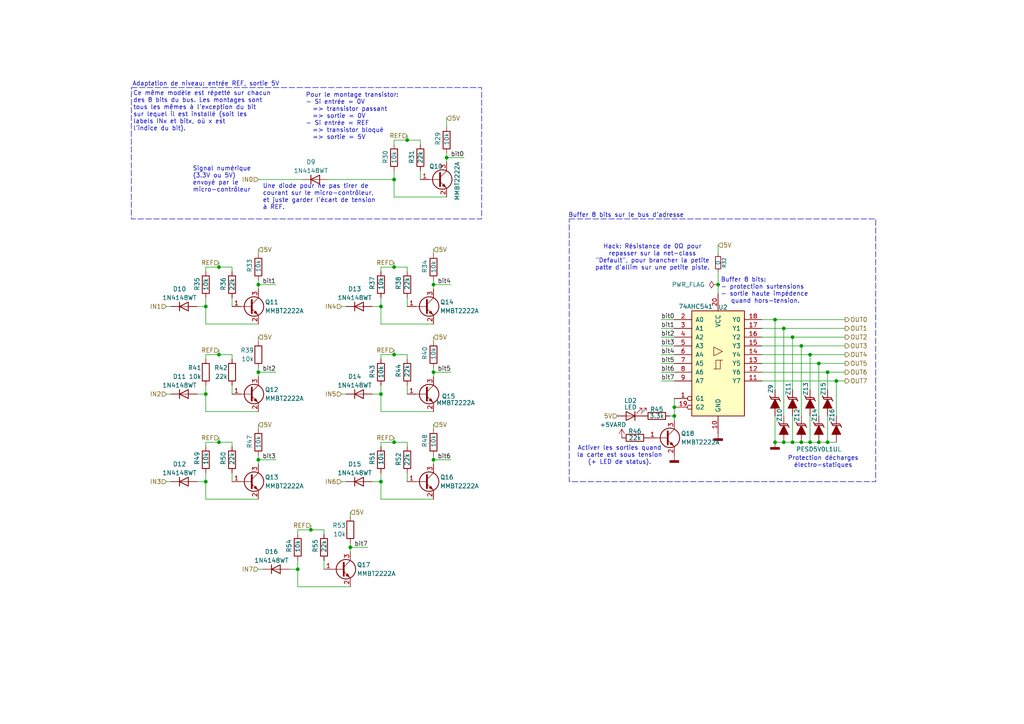
<source format=kicad_sch>
(kicad_sch (version 20250114) (generator "eeschema") (generator_version "9.0")
  (paper "A4")
  (lib_symbols
    (symbol "74xx:74AHC541" (pin_names (offset 1.016))
      (property "Reference" "U" (at -7.62 16.51 0))
      (property "Value" "74AHC541" (at -7.62 -16.51 0))
      (symbol "74AHC541_1_0"
        (polyline (pts (xy -1.27 -1.6002) (xy 0.635 -1.6002) (xy 0.635 0.9398) (xy 1.27 0.9398)))
        (polyline (pts (xy -0.635 -1.6002) (xy -0.635 0.9398) (xy 0.635 0.9398)))
        (polyline (pts (xy 1.27 3.4798) (xy -1.27 4.7498) (xy -1.27 2.2098) (xy 1.27 3.4798)) (stroke (width 0.1524)))
        (pin input line (at -12.7 12.7 0) (length 5.08) (name "A0") (number "2"))
        (pin input line (at -12.7 10.16 0) (length 5.08) (name "A1") (number "3"))
        (pin input line (at -12.7 7.62 0) (length 5.08) (name "A2") (number "4"))
        (pin input line (at -12.7 5.08 0) (length 5.08) (name "A3") (number "5"))
        (pin input line (at -12.7 2.54 0) (length 5.08) (name "A4") (number "6"))
        (pin input line (at -12.7 0 0) (length 5.08) (name "A5") (number "7"))
        (pin input line (at -12.7 -2.54 0) (length 5.08) (name "A6") (number "8"))
        (pin input line (at -12.7 -5.08 0) (length 5.08) (name "A7") (number "9"))
        (pin input inverted (at -12.7 -10.16 0) (length 5.08) (name "G1") (number "1"))
        (pin input inverted (at -12.7 -12.7 0) (length 5.08) (name "G2") (number "19"))
        (pin power_in line (at 0 20.32 270) (length 5.08) (name "VCC") (number "20"))
        (pin power_in line (at 0 -20.32 90) (length 5.08) (name "GND") (number "10"))
        (pin tri_state line (at 12.7 12.7 180) (length 5.08) (name "Y0") (number "18"))
        (pin tri_state line (at 12.7 10.16 180) (length 5.08) (name "Y1") (number "17"))
        (pin tri_state line (at 12.7 7.62 180) (length 5.08) (name "Y2") (number "16"))
        (pin tri_state line (at 12.7 5.08 180) (length 5.08) (name "Y3") (number "15"))
        (pin tri_state line (at 12.7 2.54 180) (length 5.08) (name "Y4") (number "14"))
        (pin tri_state line (at 12.7 0 180) (length 5.08) (name "Y5") (number "13"))
        (pin tri_state line (at 12.7 -2.54 180) (length 5.08) (name "Y6") (number "12"))
        (pin tri_state line (at 12.7 -5.08 180) (length 5.08) (name "Y7") (number "11"))
      )
      (symbol "74AHC541_1_1"
        (rectangle (start -7.62 15.24) (end 7.62 -15.24) (stroke (width 0.254)) (fill (type background)))
      )
    )
    (symbol "Device:LED" (pin_numbers (hide yes)) (pin_names (offset 1.016) (hide yes))
      (property "Reference" "D" (at 0 2.54 0))
      (property "Value" "LED" (at 0 -2.54 0))
      (symbol "LED_0_1"
        (polyline (pts (xy -3.048 -0.762) (xy -4.572 -2.286) (xy -3.81 -2.286) (xy -4.572 -2.286) (xy -4.572 -1.524)))
        (polyline (pts (xy -1.778 -0.762) (xy -3.302 -2.286) (xy -2.54 -2.286) (xy -3.302 -2.286) (xy -3.302 -1.524)))
        (polyline (pts (xy -1.27 0) (xy 1.27 0)))
        (polyline (pts (xy -1.27 -1.27) (xy -1.27 1.27)) (stroke (width 0.254)))
        (polyline (pts (xy 1.27 -1.27) (xy 1.27 1.27) (xy -1.27 0) (xy 1.27 -1.27)) (stroke (width 0.254)))
      )
      (symbol "LED_1_1"
        (pin passive line (at -3.81 0 0) (length 2.54) (name "K") (number "1"))
        (pin passive line (at 3.81 0 180) (length 2.54) (name "A") (number "2"))
      )
    )
    (symbol "Device:R" (pin_numbers (hide yes)) (pin_names (offset 0))
      (property "Reference" "R" (at 2.032 0 90))
      (property "Value" "R" (at 0 0 90))
      (symbol "R_0_1"
        (rectangle (start -1.016 -2.54) (end 1.016 2.54) (stroke (width 0.254)))
      )
      (symbol "R_1_1"
        (pin passive line (at 0 3.81 270) (length 1.27) (name "~") (number "1"))
        (pin passive line (at 0 -3.81 90) (length 1.27) (name "~") (number "2"))
      )
    )
    (symbol "Device:R_Small" (pin_numbers (hide yes)) (pin_names (offset 0.254) (hide yes))
      (property "Reference" "R" (at 0 0 90))
      (property "Value" "R_Small" (at 1.778 0 90))
      (symbol "R_Small_0_1"
        (rectangle (start -0.762 1.778) (end 0.762 -1.778) (stroke (width 0.2032)))
      )
      (symbol "R_Small_1_1"
        (pin passive line (at 0 2.54 270) (length 0.762) (name "~") (number "1"))
        (pin passive line (at 0 -2.54 90) (length 0.762) (name "~") (number "2"))
      )
    )
    (symbol "Diode:1N4148WT" (pin_numbers (hide yes)) (pin_names (hide yes))
      (property "Reference" "D" (at 0 2.54 0))
      (property "Value" "1N4148WT" (at 0 -2.54 0))
      (symbol "1N4148WT_0_1"
        (polyline (pts (xy -1.27 1.27) (xy -1.27 -1.27)) (stroke (width 0.254)))
        (polyline (pts (xy 1.27 1.27) (xy 1.27 -1.27) (xy -1.27 0) (xy 1.27 1.27)) (stroke (width 0.254)))
        (polyline (pts (xy 1.27 0) (xy -1.27 0)))
      )
      (symbol "1N4148WT_1_1"
        (pin passive line (at -3.81 0 0) (length 2.54) (name "K") (number "1"))
        (pin passive line (at 3.81 0 180) (length 2.54) (name "A") (number "2"))
      )
    )
    (symbol "Pesd:PESD5V0L1UL" (pin_numbers (hide yes)) (pin_names (hide yes))
      (property "Reference" "D" (at 0 2.54 0))
      (property "Value" "PESD5V0L1UL" (at 0 -2.54 0))
      (symbol "PESD5V0L1UL_1_1"
        (polyline (pts (xy -1.016 1.27) (xy -1.524 1.016) (xy -1.524 -1.27) (xy -2.032 -1.524)) (stroke (width 0.254)))
        (polyline (pts (xy -0.508 1.524) (xy -1.016 1.27) (xy -1.016 -1.016) (xy -1.524 -1.27)) (stroke (width 0.254)))
        (polyline (pts (xy 1.524 -1.27) (xy 1.524 1.27) (xy -1.016 0) (xy 1.524 -1.27)) (stroke (width 0.254)) (fill (type outline)))
        (pin passive line (at -3.81 0 0) (length 2.286) (name "K") (number "1"))
        (pin passive line (at 3.81 0 180) (length 2.286) (name "A") (number "2"))
      )
    )
    (symbol "Transistor_BJT:MMBT2222A" (pin_names (offset 0) (hide yes))
      (property "Reference" "Q" (at 5.08 1.905 0))
      (property "Value" "MMBT2222A" (at 5.08 0 0))
      (symbol "MMBT2222A_0_1"
        (polyline (pts (xy -2.54 0) (xy 0.635 0)))
        (polyline (pts (xy 0.635 1.905) (xy 0.635 -1.905)) (stroke (width 0.508)))
        (circle (center 1.27 0) (radius 2.8194) (stroke (width 0.254)))
      )
      (symbol "MMBT2222A_1_1"
        (polyline (pts (xy 0.635 0.635) (xy 2.54 2.54)))
        (polyline (pts (xy 0.635 -0.635) (xy 2.54 -2.54)))
        (polyline (pts (xy 1.27 -1.778) (xy 1.778 -1.27) (xy 2.286 -2.286) (xy 1.27 -1.778)) (fill (type outline)))
        (pin input line (at -5.08 0 0) (length 2.54) (name "B") (number "1"))
        (pin passive line (at 2.54 5.08 270) (length 2.54) (name "C") (number "3"))
        (pin passive line (at 2.54 -5.08 90) (length 2.54) (name "E") (number "2"))
      )
    )
    (symbol "power:+5V" (power) (pin_numbers (hide yes)) (pin_names (offset 0) (hide yes))
      (property "Value" "+5V" (at 0 3.556 0))
      (symbol "+5V_0_1"
        (polyline (pts (xy -0.762 1.27) (xy 0 2.54)))
        (polyline (pts (xy 0 2.54) (xy 0.762 1.27)))
        (polyline (pts (xy 0 0) (xy 0 2.54)))
      )
      (symbol "+5V_1_1"
        (pin power_in line (at 0 0 90) (length 0) (name "~") (number "1"))
      )
    )
    (symbol "power:GNDD" (power) (pin_numbers (hide yes)) (pin_names (offset 0) (hide yes))
      (property "Value" "GNDD" (at 0 -3.175 0))
      (symbol "GNDD_0_1"
        (rectangle (start -1.27 -1.524) (end 1.27 -2.032) (stroke (width 0.254)) (fill (type outline)))
        (polyline (pts (xy 0 0) (xy 0 -1.524)))
      )
      (symbol "GNDD_1_1"
        (pin power_in line (at 0 0 270) (length 0) (name "~") (number "1"))
      )
    )
    (symbol "power:PWR_FLAG" (power) (pin_numbers (hide yes)) (pin_names (offset 0) (hide yes))
      (property "Value" "PWR_FLAG" (at 0 3.81 0))
      (symbol "PWR_FLAG_0_0"
        (pin power_out line (at 0 0 90) (length 0) (name "~") (number "1"))
      )
      (symbol "PWR_FLAG_0_1"
        (polyline (pts (xy 0 0) (xy 0 1.27) (xy -1.016 1.905) (xy 0 2.54) (xy 1.016 1.905) (xy 0 1.27)))
      )
    )
  )
  (rectangle (start 165.1 63.5) (end 254 139.7) (stroke (width 0) (type dash)))
  (rectangle (start 38.1 25.4) (end 139.7 63.5) (stroke (width 0) (type dash)))
  (text "Buffer 8 bits:\n- protection surtensions\n- sortie haute impédence\n   quand hors-tension." (at 209.042 84.328 0) (effects (font (size 1.27 1.27)) (justify left)))
  (text "Une diode pour ne pas tirer de\ncourant sur le micro-contrôleur,\net juste garder l’écart de tension\nà REF." (at 76.2 57.15 0) (effects (font (size 1.27 1.27)) (justify left)))
  (text "Ce même modèle est répetté sur chacun\ndes 8 bits du bus. Les montages sont \ntous les mêmes à l’exception du bit\nsur lequel il est installé (soit les\nlabels INx et bitx, où x est\nl’indice du bit)." (at 38.608 32.258 0) (effects (font (size 1.27 1.27)) (justify left)))
  (text "Activer les sorties quand\nla carte est sous tension\n(+ LED de status)." (at 179.705 132.08 0) (effects (font (size 1.27 1.27))))
  (text "Adaptation de niveau: entrée REF, sortie 5V" (at 38.354 24.384 0) (effects (font (size 1.27 1.27)) (justify left)))
  (text "Hack: Résistance de 0Ω pour\nrepasser sur la net-class\n\"Default\", pour brancher la petite\npatte d’allim sur une petite piste." (at 189.23 74.676 0) (effects (font (size 1.27 1.27))))
  (text "Signal numérique\n(3.3V ou 5V)\nenvoyé par le\nmicro-contrôleur" (at 55.88 52.07 0) (effects (font (size 1.27 1.27)) (justify left)))
  (text "Buffer 8 bits sur le bus d’adresse" (at 181.61 62.484 0) (effects (font (size 1.27 1.27))))
  (text "Pour le montage transistor:\n- Si entrée = 0V\n  => transistor passant\n  => sortie = 0V\n- Si entrée = REF\n  => transistor bloqué\n  => sortie = 5V" (at 88.646 33.782 0) (effects (font (size 1.27 1.27)) (justify left)))
  (text "Protection décharges\nélectro-statiques" (at 238.76 133.985 0) (effects (font (size 1.27 1.27))))
  (junction (at 74.93 107.95))
  (junction (at 114.3 52.07))
  (junction (at 110.49 139.7))
  (junction (at 195.58 118.11))
  (junction (at 229.87 128.27))
  (junction (at 101.6 158.75))
  (junction (at 232.41 100.33))
  (junction (at 234.95 102.87))
  (junction (at 208.28 82.55))
  (junction (at 237.49 105.41))
  (junction (at 125.73 133.35))
  (junction (at 129.54 45.72))
  (junction (at 114.3 102.87))
  (junction (at 195.58 120.65))
  (junction (at 59.69 88.9))
  (junction (at 234.95 128.27))
  (junction (at 240.03 128.27))
  (junction (at 63.5 102.87))
  (junction (at 224.79 92.71))
  (junction (at 86.36 165.1))
  (junction (at 110.49 114.3))
  (junction (at 240.03 107.95))
  (junction (at 114.3 128.27))
  (junction (at 59.69 139.7))
  (junction (at 114.3 77.47))
  (junction (at 237.49 128.27))
  (junction (at 59.69 114.3))
  (junction (at 74.93 82.55))
  (junction (at 90.17 153.67))
  (junction (at 118.11 40.64))
  (junction (at 63.5 77.47))
  (junction (at 63.5 128.27))
  (junction (at 125.73 82.55))
  (junction (at 229.87 97.79))
  (junction (at 242.57 110.49))
  (junction (at 227.33 95.25))
  (junction (at 74.93 133.35))
  (junction (at 224.79 128.27))
  (junction (at 232.41 128.27))
  (junction (at 125.73 107.95))
  (junction (at 227.33 128.27))
  (junction (at 110.49 88.9))
  (wire (pts (xy 74.93 82.55) (xy 74.93 83.82)))
  (wire (pts (xy 74.93 107.95) (xy 80.01 107.95)))
  (wire (pts (xy 110.49 77.47) (xy 114.3 77.47)))
  (wire (pts (xy 229.87 120.65) (xy 229.87 128.27)))
  (wire (pts (xy 229.87 97.79) (xy 229.87 113.03)))
  (wire (pts (xy 114.3 77.47) (xy 118.11 77.47)))
  (wire (pts (xy 227.33 128.27) (xy 229.87 128.27)))
  (wire (pts (xy 125.73 107.95) (xy 130.81 107.95)))
  (wire (pts (xy 125.73 133.35) (xy 130.81 133.35)))
  (wire (pts (xy 57.15 114.3) (xy 59.69 114.3)))
  (wire (pts (xy 114.3 128.27) (xy 118.11 128.27)))
  (wire (pts (xy 224.79 128.27) (xy 227.33 128.27)))
  (wire (pts (xy 242.57 128.27) (xy 240.03 128.27)))
  (wire (pts (xy 114.3 102.87) (xy 118.11 102.87)))
  (wire (pts (xy 59.69 114.3) (xy 59.69 119.38)))
  (wire (pts (xy 59.69 128.27) (xy 63.5 128.27)))
  (wire (pts (xy 237.49 128.27) (xy 240.03 128.27)))
  (wire (pts (xy 110.49 119.38) (xy 125.73 119.38)))
  (wire (pts (xy 220.98 110.49) (xy 242.57 110.49)))
  (wire (pts (xy 118.11 137.16) (xy 118.11 139.7)))
  (wire (pts (xy 194.31 120.65) (xy 195.58 120.65)))
  (wire (pts (xy 195.58 120.65) (xy 195.58 121.92)))
  (wire (pts (xy 110.49 114.3) (xy 107.95 114.3)))
  (wire (pts (xy 224.79 120.65) (xy 224.79 128.27)))
  (wire (pts (xy 107.95 139.7) (xy 110.49 139.7)))
  (wire (pts (xy 125.73 107.95) (xy 125.73 109.22)))
  (wire (pts (xy 67.31 104.14) (xy 67.31 102.87)))
  (wire (pts (xy 125.73 132.08) (xy 125.73 133.35)))
  (wire (pts (xy 125.73 93.98) (xy 110.49 93.98)))
  (wire (pts (xy 129.54 45.72) (xy 134.62 45.72)))
  (wire (pts (xy 67.31 77.47) (xy 67.31 78.74)))
  (wire (pts (xy 83.82 165.1) (xy 86.36 165.1)))
  (wire (pts (xy 208.28 82.55) (xy 208.28 85.09)))
  (wire (pts (xy 110.49 139.7) (xy 110.49 144.78)))
  (wire (pts (xy 99.06 88.9) (xy 100.33 88.9)))
  (wire (pts (xy 242.57 110.49) (xy 245.11 110.49)))
  (wire (pts (xy 234.95 102.87) (xy 234.95 113.03)))
  (wire (pts (xy 208.28 78.74) (xy 208.28 82.55)))
  (wire (pts (xy 59.69 77.47) (xy 63.5 77.47)))
  (wire (pts (xy 95.25 52.07) (xy 114.3 52.07)))
  (wire (pts (xy 240.03 107.95) (xy 240.03 113.03)))
  (wire (pts (xy 59.69 102.87) (xy 59.69 104.14)))
  (wire (pts (xy 63.5 128.27) (xy 67.31 128.27)))
  (wire (pts (xy 191.77 100.33) (xy 195.58 100.33)))
  (wire (pts (xy 74.93 97.79) (xy 74.93 99.06)))
  (wire (pts (xy 118.11 128.27) (xy 118.11 129.54)))
  (wire (pts (xy 59.69 88.9) (xy 59.69 93.98)))
  (wire (pts (xy 93.98 154.94) (xy 93.98 153.67)))
  (wire (pts (xy 125.73 97.79) (xy 125.73 99.06)))
  (wire (pts (xy 86.36 170.18) (xy 101.6 170.18)))
  (wire (pts (xy 195.58 115.57) (xy 195.58 118.11)))
  (wire (pts (xy 220.98 107.95) (xy 240.03 107.95)))
  (wire (pts (xy 110.49 128.27) (xy 114.3 128.27)))
  (wire (pts (xy 59.69 93.98) (xy 74.93 93.98)))
  (wire (pts (xy 74.93 81.28) (xy 74.93 82.55)))
  (wire (pts (xy 110.49 77.47) (xy 110.49 78.74)))
  (wire (pts (xy 74.93 133.35) (xy 80.01 133.35)))
  (wire (pts (xy 114.3 40.64) (xy 114.3 41.91)))
  (wire (pts (xy 110.49 137.16) (xy 110.49 139.7)))
  (wire (pts (xy 59.69 77.47) (xy 59.69 78.74)))
  (wire (pts (xy 227.33 95.25) (xy 227.33 120.65)))
  (wire (pts (xy 242.57 110.49) (xy 242.57 120.65)))
  (wire (pts (xy 110.49 88.9) (xy 110.49 93.98)))
  (wire (pts (xy 59.69 86.36) (xy 59.69 88.9)))
  (wire (pts (xy 224.79 92.71) (xy 245.11 92.71)))
  (wire (pts (xy 191.77 95.25) (xy 195.58 95.25)))
  (wire (pts (xy 74.93 133.35) (xy 74.93 134.62)))
  (wire (pts (xy 220.98 102.87) (xy 234.95 102.87)))
  (wire (pts (xy 67.31 137.16) (xy 67.31 139.7)))
  (wire (pts (xy 110.49 129.54) (xy 110.49 128.27)))
  (wire (pts (xy 125.73 72.39) (xy 125.73 73.66)))
  (wire (pts (xy 191.77 105.41) (xy 195.58 105.41)))
  (wire (pts (xy 234.95 128.27) (xy 237.49 128.27)))
  (wire (pts (xy 129.54 44.45) (xy 129.54 45.72)))
  (wire (pts (xy 125.73 106.68) (xy 125.73 107.95)))
  (wire (pts (xy 74.93 72.39) (xy 74.93 73.66)))
  (wire (pts (xy 74.93 132.08) (xy 74.93 133.35)))
  (wire (pts (xy 118.11 104.14) (xy 118.11 102.87)))
  (wire (pts (xy 74.93 123.19) (xy 74.93 124.46)))
  (wire (pts (xy 220.98 97.79) (xy 229.87 97.79)))
  (wire (pts (xy 121.92 41.91) (xy 121.92 40.64)))
  (wire (pts (xy 114.3 49.53) (xy 114.3 52.07)))
  (wire (pts (xy 237.49 105.41) (xy 245.11 105.41)))
  (wire (pts (xy 74.93 165.1) (xy 76.2 165.1)))
  (wire (pts (xy 99.06 139.7) (xy 100.33 139.7)))
  (wire (pts (xy 63.5 127) (xy 63.5 128.27)))
  (wire (pts (xy 118.11 86.36) (xy 118.11 88.9)))
  (wire (pts (xy 220.98 95.25) (xy 227.33 95.25)))
  (wire (pts (xy 191.77 107.95) (xy 195.58 107.95)))
  (wire (pts (xy 114.3 127) (xy 114.3 128.27)))
  (wire (pts (xy 107.95 88.9) (xy 110.49 88.9)))
  (wire (pts (xy 220.98 105.41) (xy 237.49 105.41)))
  (wire (pts (xy 118.11 40.64) (xy 121.92 40.64)))
  (wire (pts (xy 195.58 118.11) (xy 195.58 120.65)))
  (wire (pts (xy 67.31 129.54) (xy 67.31 128.27)))
  (wire (pts (xy 63.5 102.87) (xy 67.31 102.87)))
  (wire (pts (xy 74.93 106.68) (xy 74.93 107.95)))
  (wire (pts (xy 240.03 120.65) (xy 240.03 128.27)))
  (wire (pts (xy 59.69 102.87) (xy 63.5 102.87)))
  (wire (pts (xy 57.15 139.7) (xy 59.69 139.7)))
  (wire (pts (xy 114.3 76.2) (xy 114.3 77.47)))
  (wire (pts (xy 48.26 139.7) (xy 49.53 139.7)))
  (wire (pts (xy 224.79 92.71) (xy 224.79 113.03)))
  (wire (pts (xy 57.15 88.9) (xy 59.69 88.9)))
  (wire (pts (xy 121.92 49.53) (xy 121.92 52.07)))
  (wire (pts (xy 232.41 100.33) (xy 232.41 120.65)))
  (wire (pts (xy 59.69 119.38) (xy 74.93 119.38)))
  (wire (pts (xy 229.87 128.27) (xy 232.41 128.27)))
  (wire (pts (xy 63.5 101.6) (xy 63.5 102.87)))
  (wire (pts (xy 86.36 153.67) (xy 86.36 154.94)))
  (wire (pts (xy 59.69 137.16) (xy 59.69 139.7)))
  (wire (pts (xy 59.69 128.27) (xy 59.69 129.54)))
  (wire (pts (xy 129.54 45.72) (xy 129.54 46.99)))
  (wire (pts (xy 74.93 82.55) (xy 80.01 82.55)))
  (wire (pts (xy 110.49 144.78) (xy 125.73 144.78)))
  (wire (pts (xy 227.33 95.25) (xy 245.11 95.25)))
  (wire (pts (xy 237.49 105.41) (xy 237.49 120.65)))
  (wire (pts (xy 86.36 153.67) (xy 90.17 153.67)))
  (wire (pts (xy 240.03 107.95) (xy 245.11 107.95)))
  (wire (pts (xy 191.77 97.79) (xy 195.58 97.79)))
  (wire (pts (xy 99.06 114.3) (xy 100.33 114.3)))
  (wire (pts (xy 48.26 88.9) (xy 49.53 88.9)))
  (wire (pts (xy 125.73 133.35) (xy 125.73 134.62)))
  (wire (pts (xy 130.81 82.55) (xy 125.73 82.55)))
  (wire (pts (xy 86.36 165.1) (xy 86.36 170.18)))
  (wire (pts (xy 114.3 101.6) (xy 114.3 102.87)))
  (wire (pts (xy 67.31 86.36) (xy 67.31 88.9)))
  (wire (pts (xy 118.11 39.37) (xy 118.11 40.64)))
  (wire (pts (xy 101.6 157.48) (xy 101.6 158.75)))
  (wire (pts (xy 101.6 158.75) (xy 101.6 160.02)))
  (wire (pts (xy 125.73 81.28) (xy 125.73 82.55)))
  (wire (pts (xy 74.93 107.95) (xy 74.93 109.22)))
  (wire (pts (xy 86.36 162.56) (xy 86.36 165.1)))
  (wire (pts (xy 129.54 34.29) (xy 129.54 36.83)))
  (wire (pts (xy 110.49 114.3) (xy 110.49 119.38)))
  (wire (pts (xy 118.11 78.74) (xy 118.11 77.47)))
  (wire (pts (xy 59.69 111.76) (xy 59.69 114.3)))
  (wire (pts (xy 90.17 153.67) (xy 93.98 153.67)))
  (wire (pts (xy 234.95 102.87) (xy 245.11 102.87)))
  (wire (pts (xy 101.6 158.75) (xy 106.68 158.75)))
  (wire (pts (xy 59.69 144.78) (xy 74.93 144.78)))
  (wire (pts (xy 90.17 152.4) (xy 90.17 153.67)))
  (wire (pts (xy 74.93 52.07) (xy 87.63 52.07)))
  (wire (pts (xy 110.49 111.76) (xy 110.49 114.3)))
  (wire (pts (xy 114.3 52.07) (xy 114.3 57.15)))
  (wire (pts (xy 125.73 123.19) (xy 125.73 124.46)))
  (wire (pts (xy 208.28 71.12) (xy 208.28 73.66)))
  (wire (pts (xy 101.6 148.59) (xy 101.6 149.86)))
  (wire (pts (xy 67.31 111.76) (xy 67.31 114.3)))
  (wire (pts (xy 234.95 120.65) (xy 234.95 128.27)))
  (wire (pts (xy 220.98 100.33) (xy 232.41 100.33)))
  (wire (pts (xy 63.5 77.47) (xy 67.31 77.47)))
  (wire (pts (xy 110.49 102.87) (xy 114.3 102.87)))
  (wire (pts (xy 229.87 97.79) (xy 245.11 97.79)))
  (wire (pts (xy 191.77 92.71) (xy 195.58 92.71)))
  (wire (pts (xy 93.98 162.56) (xy 93.98 165.1)))
  (wire (pts (xy 232.41 128.27) (xy 234.95 128.27)))
  (wire (pts (xy 110.49 102.87) (xy 110.49 104.14)))
  (wire (pts (xy 220.98 92.71) (xy 224.79 92.71)))
  (wire (pts (xy 118.11 111.76) (xy 118.11 114.3)))
  (wire (pts (xy 232.41 100.33) (xy 245.11 100.33)))
  (wire (pts (xy 191.77 110.49) (xy 195.58 110.49)))
  (wire (pts (xy 110.49 86.36) (xy 110.49 88.9)))
  (wire (pts (xy 63.5 76.2) (xy 63.5 77.47)))
  (wire (pts (xy 59.69 139.7) (xy 59.69 144.78)))
  (wire (pts (xy 48.26 114.3) (xy 49.53 114.3)))
  (wire (pts (xy 114.3 57.15) (xy 129.54 57.15)))
  (wire (pts (xy 114.3 40.64) (xy 118.11 40.64)))
  (wire (pts (xy 125.73 82.55) (xy 125.73 83.82)))
  (wire (pts (xy 191.77 102.87) (xy 195.58 102.87)))
  (label "bit7" (at 106.68 158.75 180))
  (label "bit0" (at 191.77 92.71 0))
  (label "bit4" (at 130.81 82.55 180))
  (label "bit6" (at 130.81 133.35 180))
  (label "bit2" (at 80.01 107.95 180))
  (label "bit4" (at 191.77 102.87 0))
  (label "bit1" (at 80.01 82.55 180))
  (label "bit5" (at 130.81 107.95 180))
  (label "bit0" (at 134.62 45.72 180))
  (label "bit5" (at 191.77 105.41 0))
  (label "bit3" (at 80.01 133.35 180))
  (label "bit6" (at 191.77 107.95 0))
  (label "bit3" (at 191.77 100.33 0))
  (label "bit2" (at 191.77 97.79 0))
  (label "bit1" (at 191.77 95.25 0))
  (label "bit7" (at 191.77 110.49 0))
  (hierarchical_label "OUT6" (shape output) (at 245.11 107.95 0))
  (hierarchical_label "5V" (shape input) (at 125.73 72.39 0))
  (hierarchical_label "IN0" (shape input) (at 74.93 52.07 180))
  (hierarchical_label "REF" (shape input) (at 63.5 127 180))
  (hierarchical_label "IN6" (shape input) (at 99.06 139.7 180))
  (hierarchical_label "OUT5" (shape output) (at 245.11 105.41 0))
  (hierarchical_label "IN5" (shape input) (at 99.06 114.3 180))
  (hierarchical_label "REF" (shape input) (at 90.17 152.4 180))
  (hierarchical_label "5V" (shape input) (at 179.07 120.65 180))
  (hierarchical_label "5V" (shape input) (at 125.73 123.19 0))
  (hierarchical_label "IN3" (shape input) (at 48.26 139.7 180))
  (hierarchical_label "IN4" (shape input) (at 99.06 88.9 180))
  (hierarchical_label "REF" (shape input) (at 114.3 101.6 180))
  (hierarchical_label "REF" (shape input) (at 114.3 76.2 180))
  (hierarchical_label "REF" (shape input) (at 114.3 127 180))
  (hierarchical_label "OUT7" (shape output) (at 245.11 110.49 0))
  (hierarchical_label "REF" (shape input) (at 118.11 39.37 180))
  (hierarchical_label "OUT1" (shape output) (at 245.11 95.25 0))
  (hierarchical_label "5V" (shape input) (at 74.93 72.39 0))
  (hierarchical_label "OUT2" (shape output) (at 245.11 97.79 0))
  (hierarchical_label "OUT3" (shape output) (at 245.11 100.33 0))
  (hierarchical_label "5V" (shape input) (at 129.54 34.29 0))
  (hierarchical_label "REF" (shape input) (at 63.5 101.6 180))
  (hierarchical_label "IN7" (shape input) (at 74.93 165.1 180))
  (hierarchical_label "IN2" (shape input) (at 48.26 114.3 180))
  (hierarchical_label "OUT0" (shape output) (at 245.11 92.71 0))
  (hierarchical_label "IN1" (shape input) (at 48.26 88.9 180))
  (hierarchical_label "5V" (shape input) (at 208.28 71.12 0))
  (hierarchical_label "OUT4" (shape output) (at 245.11 102.87 0))
  (hierarchical_label "REF" (shape input) (at 63.5 76.2 180))
  (hierarchical_label "5V" (shape input) (at 74.93 97.79 0))
  (hierarchical_label "5V" (shape input) (at 101.6 148.59 0))
  (hierarchical_label "5V" (shape input) (at 125.73 97.79 0))
  (hierarchical_label "5V" (shape input) (at 74.93 123.19 0))
  (symbol (lib_id "Device:R") (at 125.73 77.47 0) (mirror y) (unit 1)
    (property "Reference" "R34" (at 123.19 79.248 90) (effects (justify left)))
    (property "Value" "10k" (at 125.73 79.248 90) (effects (justify left)))
    (property "Footprint" "Resistor_SMD:R_0805_2012Metric_Pad1.20x1.40mm_HandSolder" (effects (hide yes)))
    (property "Description" "Resistor" (effects (hide yes)))
  )
  (symbol (lib_id "Device:R") (at 110.49 133.35 0) (mirror y) (unit 1)
    (property "Reference" "R51" (at 107.95 134.874 90) (effects (justify left)))
    (property "Value" "10k" (at 110.49 134.874 90) (effects (justify left)))
    (property "Footprint" "Resistor_SMD:R_0805_2012Metric_Pad1.20x1.40mm_HandSolder" (effects (hide yes)))
    (property "Description" "Resistor" (effects (hide yes)))
  )
  (symbol (lib_id "Device:R") (at 190.5 120.65 270) (mirror x) (unit 1)
    (property "Reference" "R45" (at 190.5 118.745 90))
    (property "Value" "3.3k" (at 190.5 120.65 90))
    (property "Footprint" "Resistor_SMD:R_0805_2012Metric_Pad1.20x1.40mm_HandSolder" (effects (hide yes)))
    (property "Description" "Resistor" (effects (hide yes)))
  )
  (symbol (lib_id "Device:R") (at 110.49 82.55 0) (mirror y) (unit 1)
    (property "Reference" "R37" (at 107.95 84.074 90) (effects (justify left)))
    (property "Value" "10k" (at 110.49 84.074 90) (effects (justify left)))
    (property "Footprint" "Resistor_SMD:R_0805_2012Metric_Pad1.20x1.40mm_HandSolder" (effects (hide yes)))
    (property "Description" "Resistor" (effects (hide yes)))
  )
  (symbol (lib_id "Pesd:PESD5V0L1UL") (at 232.41 124.46 270) (unit 1)
    (property "Reference" "Z12" (at 231.14 120.396 0))
    (property "Value" "PESD5V0L1UL" (effects (hide yes)))
    (property "Footprint" "PCM_Diode_SMD_Handsoldering_AKL:D_SOD-882_DFN1006-2_TVS" (effects (hide yes)))
    (property "Datasheet" "https://assets.nexperia.com/documents/data-sheet/PESD5V0L1UL.pdf" (effects (hide yes)))
    (property "Description" "Low capacitance unidirectional ESD protection diode, 5V, SOD-882" (effects (hide yes)))
  )
  (symbol (lib_id "Device:R") (at 101.6 153.67 0) (mirror y) (unit 1)
    (property "Reference" "R53" (at 100.33 152.4 0) (effects (justify left)))
    (property "Value" "10k" (at 100.33 154.94 0) (effects (justify left)))
    (property "Footprint" "Resistor_SMD:R_0805_2012Metric_Pad1.20x1.40mm_HandSolder" (effects (hide yes)))
    (property "Description" "Resistor" (effects (hide yes)))
  )
  (symbol (lib_id "Diode:1N4148WT") (at 104.14 114.3 0) (mirror x) (unit 1)
    (property "Reference" "D14" (at 102.87 109.22 0))
    (property "Value" "1N4148WT" (at 102.87 111.76 0))
    (property "Footprint" "PCM_Diode_SMD_Handsoldering_AKL:D_SOD-523" (effects (hide yes)))
    (property "Datasheet" "https://www.diodes.com/assets/Datasheets/ds30396.pdf" (effects (hide yes)))
    (property "Description" "75V 0.15A Fast switching Diode, SOD-523" (effects (hide yes)))
    (property "Sim.Device" "D" (effects (hide yes)))
    (property "Sim.Pins" "1=K 2=A" (effects (hide yes)))
  )
  (symbol (lib_id "Device:R") (at 184.15 127 90) (mirror x) (unit 1)
    (property "Reference" "R46" (at 184.15 125.095 90))
    (property "Value" "22k" (at 184.15 127 90))
    (property "Footprint" "Resistor_SMD:R_0805_2012Metric_Pad1.20x1.40mm_HandSolder" (effects (hide yes)))
    (property "Description" "Resistor" (effects (hide yes)))
  )
  (symbol (lib_id "power:PWR_FLAG") (at 208.28 82.55 90) (unit 1)
    (property "Reference" "#FLG04" (effects (hide yes)))
    (property "Value" "PWR_FLAG" (at 204.47 82.5499 90) (effects (justify left)))
    (property "Description" "Special symbol for telling ERC where power comes from" (effects (hide yes)))
  )
  (symbol (lib_id "Diode:1N4148WT") (at 104.14 88.9 0) (mirror x) (unit 1)
    (property "Reference" "D13" (at 102.87 83.82 0))
    (property "Value" "1N4148WT" (at 102.87 86.36 0))
    (property "Footprint" "PCM_Diode_SMD_Handsoldering_AKL:D_SOD-523" (effects (hide yes)))
    (property "Datasheet" "https://www.diodes.com/assets/Datasheets/ds30396.pdf" (effects (hide yes)))
    (property "Description" "75V 0.15A Fast switching Diode, SOD-523" (effects (hide yes)))
    (property "Sim.Device" "D" (effects (hide yes)))
    (property "Sim.Pins" "1=K 2=A" (effects (hide yes)))
  )
  (symbol (lib_id "Pesd:PESD5V0L1UL") (at 240.03 116.84 270) (unit 1)
    (property "Reference" "Z15" (at 238.76 112.776 0))
    (property "Value" "PESD5V0L1UL" (effects (hide yes)))
    (property "Footprint" "PCM_Diode_SMD_Handsoldering_AKL:D_SOD-882_DFN1006-2_TVS" (effects (hide yes)))
    (property "Datasheet" "https://assets.nexperia.com/documents/data-sheet/PESD5V0L1UL.pdf" (effects (hide yes)))
    (property "Description" "Low capacitance unidirectional ESD protection diode, 5V, SOD-882" (effects (hide yes)))
  )
  (symbol (lib_id "Device:R") (at 125.73 128.27 0) (mirror y) (unit 1)
    (property "Reference" "R48" (at 123.19 129.794 90) (effects (justify left)))
    (property "Value" "10k" (at 125.73 129.794 90) (effects (justify left)))
    (property "Footprint" "Resistor_SMD:R_0805_2012Metric_Pad1.20x1.40mm_HandSolder" (effects (hide yes)))
    (property "Description" "Resistor" (effects (hide yes)))
  )
  (symbol (lib_id "Device:R") (at 59.69 133.35 0) (mirror y) (unit 1)
    (property "Reference" "R49" (at 57.15 134.874 90) (effects (justify left)))
    (property "Value" "10k" (at 59.69 134.874 90) (effects (justify left)))
    (property "Footprint" "Resistor_SMD:R_0805_2012Metric_Pad1.20x1.40mm_HandSolder" (effects (hide yes)))
    (property "Description" "Resistor" (effects (hide yes)))
  )
  (symbol (lib_id "Device:R") (at 74.93 128.27 0) (mirror y) (unit 1)
    (property "Reference" "R47" (at 72.39 130.048 90) (effects (justify left)))
    (property "Value" "10k" (at 74.93 130.048 90) (effects (justify left)))
    (property "Footprint" "Resistor_SMD:R_0805_2012Metric_Pad1.20x1.40mm_HandSolder" (effects (hide yes)))
    (property "Description" "Resistor" (effects (hide yes)))
  )
  (symbol (lib_id "power:+5V") (at 180.34 127 0) (mirror y) (unit 1)
    (property "Reference" "#PWR013" (effects (hide yes)))
    (property "Value" "+5VARD" (at 177.8 123.19 0))
    (property "Description" "Power symbol creates a global label with name \"+5V\"" (effects (hide yes)))
  )
  (symbol (lib_id "Pesd:PESD5V0L1UL") (at 229.87 116.84 270) (unit 1)
    (property "Reference" "Z11" (at 228.6 112.776 0))
    (property "Value" "PESD5V0L1UL" (effects (hide yes)))
    (property "Footprint" "PCM_Diode_SMD_Handsoldering_AKL:D_SOD-882_DFN1006-2_TVS" (effects (hide yes)))
    (property "Datasheet" "https://assets.nexperia.com/documents/data-sheet/PESD5V0L1UL.pdf" (effects (hide yes)))
    (property "Description" "Low capacitance unidirectional ESD protection diode, 5V, SOD-882" (effects (hide yes)))
  )
  (symbol (lib_id "Device:R") (at 121.92 45.72 0) (mirror y) (unit 1)
    (property "Reference" "R31" (at 119.38 47.498 90) (effects (justify left)))
    (property "Value" "22k" (at 121.92 47.498 90) (effects (justify left)))
    (property "Footprint" "Resistor_SMD:R_0805_2012Metric_Pad1.20x1.40mm_HandSolder" (effects (hide yes)))
    (property "Description" "Resistor" (effects (hide yes)))
  )
  (symbol (lib_id "Diode:1N4148WT") (at 104.14 139.7 0) (mirror x) (unit 1)
    (property "Reference" "D15" (at 102.87 134.62 0))
    (property "Value" "1N4148WT" (at 102.87 137.16 0))
    (property "Footprint" "PCM_Diode_SMD_Handsoldering_AKL:D_SOD-523" (effects (hide yes)))
    (property "Datasheet" "https://www.diodes.com/assets/Datasheets/ds30396.pdf" (effects (hide yes)))
    (property "Description" "75V 0.15A Fast switching Diode, SOD-523" (effects (hide yes)))
    (property "Sim.Device" "D" (effects (hide yes)))
    (property "Sim.Pins" "1=K 2=A" (effects (hide yes)))
  )
  (symbol (lib_id "Device:R") (at 125.73 102.87 0) (mirror y) (unit 1)
    (property "Reference" "R40" (at 123.19 104.394 90) (effects (justify left)))
    (property "Value" "10k" (at 125.73 104.394 90) (effects (justify left)))
    (property "Footprint" "Resistor_SMD:R_0805_2012Metric_Pad1.20x1.40mm_HandSolder" (effects (hide yes)))
    (property "Description" "Resistor" (effects (hide yes)))
  )
  (symbol (lib_id "Diode:1N4148WT") (at 80.01 165.1 0) (mirror x) (unit 1)
    (property "Reference" "D16" (at 78.74 160.02 0))
    (property "Value" "1N4148WT" (at 78.74 162.56 0))
    (property "Footprint" "PCM_Diode_SMD_Handsoldering_AKL:D_SOD-523" (effects (hide yes)))
    (property "Datasheet" "https://www.diodes.com/assets/Datasheets/ds30396.pdf" (effects (hide yes)))
    (property "Description" "75V 0.15A Fast switching Diode, SOD-523" (effects (hide yes)))
    (property "Sim.Device" "D" (effects (hide yes)))
    (property "Sim.Pins" "1=K 2=A" (effects (hide yes)))
  )
  (symbol (lib_id "Device:R") (at 74.93 77.47 0) (mirror y) (unit 1)
    (property "Reference" "R33" (at 72.39 78.994 90) (effects (justify left)))
    (property "Value" "10k" (at 74.93 78.994 90) (effects (justify left)))
    (property "Footprint" "Resistor_SMD:R_0805_2012Metric_Pad1.20x1.40mm_HandSolder" (effects (hide yes)))
    (property "Description" "Resistor" (effects (hide yes)))
  )
  (symbol (lib_id "Device:R") (at 74.93 102.87 0) (mirror y) (unit 1)
    (property "Reference" "R39" (at 73.66 101.6 0) (effects (justify left)))
    (property "Value" "10k" (at 73.66 104.14 0) (effects (justify left)))
    (property "Footprint" "Resistor_SMD:R_0805_2012Metric_Pad1.20x1.40mm_HandSolder" (effects (hide yes)))
    (property "Description" "Resistor" (effects (hide yes)))
  )
  (symbol (lib_id "Device:LED") (at 182.88 120.65 180) (unit 1)
    (property "Reference" "LD2" (at 182.88 116.205 0))
    (property "Value" "LED" (at 182.88 118.11 0))
    (property "Footprint" "LED_SMD:LED_0805_2012Metric_Pad1.15x1.40mm_HandSolder" (effects (hide yes)))
    (property "Description" "Light emitting diode" (effects (hide yes)))
    (property "Sim.Pins" "1=K 2=A" (effects (hide yes)))
  )
  (symbol (lib_id "Device:R") (at 59.69 82.55 0) (mirror y) (unit 1)
    (property "Reference" "R35" (at 57.15 84.328 90) (effects (justify left)))
    (property "Value" "10k" (at 59.69 84.328 90) (effects (justify left)))
    (property "Footprint" "Resistor_SMD:R_0805_2012Metric_Pad1.20x1.40mm_HandSolder" (effects (hide yes)))
    (property "Description" "Resistor" (effects (hide yes)))
  )
  (symbol (lib_id "Diode:1N4148WT") (at 91.44 52.07 0) (mirror x) (unit 1)
    (property "Reference" "D9" (at 90.17 46.99 0))
    (property "Value" "1N4148WT" (at 90.17 49.53 0))
    (property "Footprint" "PCM_Diode_SMD_Handsoldering_AKL:D_SOD-523" (effects (hide yes)))
    (property "Datasheet" "https://www.diodes.com/assets/Datasheets/ds30396.pdf" (effects (hide yes)))
    (property "Description" "75V 0.15A Fast switching Diode, SOD-523" (effects (hide yes)))
    (property "Sim.Device" "D" (effects (hide yes)))
    (property "Sim.Pins" "1=K 2=A" (effects (hide yes)))
  )
  (symbol (lib_id "Transistor_BJT:MMBT2222A") (at 72.39 88.9 0) (unit 1)
    (property "Reference" "Q11" (at 76.835 87.63 0) (effects (justify left)))
    (property "Value" "MMBT2222A" (at 76.835 90.17 0) (effects (justify left)))
    (property "Footprint" "Package_TO_SOT_SMD:SOT-23_Handsoldering" (effects (hide yes)))
    (property "Datasheet" "https://assets.nexperia.com/documents/data-sheet/MMBT2222A.pdf" (effects (hide yes)))
    (property "Description" "600mA Ic, 40V Vce, NPN Transistor, SOT-23" (effects (hide yes)))
  )
  (symbol (lib_id "Device:R") (at 67.31 133.35 0) (mirror y) (unit 1)
    (property "Reference" "R50" (at 64.77 134.874 90) (effects (justify left)))
    (property "Value" "22k" (at 67.31 134.874 90) (effects (justify left)))
    (property "Footprint" "Resistor_SMD:R_0805_2012Metric_Pad1.20x1.40mm_HandSolder" (effects (hide yes)))
    (property "Description" "Resistor" (effects (hide yes)))
  )
  (symbol (lib_id "Device:R_Small") (at 208.28 76.2 0) (mirror x) (unit 1)
    (property "Reference" "R32" (at 210.058 76.2 90) (effects (font (size 1.016 1.016))))
    (property "Value" "0" (at 208.28 76.2 90))
    (property "Footprint" "Resistor_SMD:R_0805_2012Metric_Pad1.20x1.40mm_HandSolder" (effects (hide yes)))
    (property "Description" "Resistor, small symbol" (effects (hide yes)))
  )
  (symbol (lib_id "power:GNDD") (at 195.58 132.08 0) (mirror y) (unit 1)
    (property "Reference" "#PWR015" (effects (hide yes)))
    (property "Value" "GND2" (effects (hide yes)))
    (property "Description" "Power symbol creates a global label with name \"GNDD\" , digital ground" (effects (hide yes)))
  )
  (symbol (lib_id "Transistor_BJT:MMBT2222A") (at 127 52.07 0) (unit 1)
    (property "Reference" "Q10" (at 124.46 48.26 0) (effects (justify left)))
    (property "Value" "MMBT2222A" (at 132.588 58.166 90) (effects (justify left)))
    (property "Footprint" "Package_TO_SOT_SMD:SOT-23_Handsoldering" (effects (hide yes)))
    (property "Datasheet" "https://assets.nexperia.com/documents/data-sheet/MMBT2222A.pdf" (effects (hide yes)))
    (property "Description" "600mA Ic, 40V Vce, NPN Transistor, SOT-23" (effects (hide yes)))
  )
  (symbol (lib_id "Device:R") (at 67.31 107.95 0) (mirror y) (unit 1)
    (property "Reference" "R42" (at 66.04 106.68 0) (effects (justify left)))
    (property "Value" "22k" (at 66.04 109.22 0) (effects (justify left)))
    (property "Footprint" "Resistor_SMD:R_0805_2012Metric_Pad1.20x1.40mm_HandSolder" (effects (hide yes)))
    (property "Description" "Resistor" (effects (hide yes)))
  )
  (symbol (lib_id "Diode:1N4148WT") (at 53.34 139.7 0) (mirror x) (unit 1)
    (property "Reference" "D12" (at 52.07 134.62 0))
    (property "Value" "1N4148WT" (at 52.07 137.16 0))
    (property "Footprint" "PCM_Diode_SMD_Handsoldering_AKL:D_SOD-523" (effects (hide yes)))
    (property "Datasheet" "https://www.diodes.com/assets/Datasheets/ds30396.pdf" (effects (hide yes)))
    (property "Description" "75V 0.15A Fast switching Diode, SOD-523" (effects (hide yes)))
    (property "Sim.Device" "D" (effects (hide yes)))
    (property "Sim.Pins" "1=K 2=A" (effects (hide yes)))
  )
  (symbol (lib_id "Pesd:PESD5V0L1UL") (at 242.57 124.46 270) (unit 1)
    (property "Reference" "Z16" (at 241.3 120.396 0))
    (property "Value" "PESD5V0L1UL" (effects (hide yes)))
    (property "Footprint" "PCM_Diode_SMD_Handsoldering_AKL:D_SOD-882_DFN1006-2_TVS" (effects (hide yes)))
    (property "Datasheet" "https://assets.nexperia.com/documents/data-sheet/PESD5V0L1UL.pdf" (effects (hide yes)))
    (property "Description" "Low capacitance unidirectional ESD protection diode, 5V, SOD-882" (effects (hide yes)))
  )
  (symbol (lib_id "Pesd:PESD5V0L1UL") (at 234.95 116.84 270) (unit 1)
    (property "Reference" "Z13" (at 233.68 112.776 0))
    (property "Value" "PESD5V0L1UL" (effects (hide yes)))
    (property "Footprint" "PCM_Diode_SMD_Handsoldering_AKL:D_SOD-882_DFN1006-2_TVS" (effects (hide yes)))
    (property "Datasheet" "https://assets.nexperia.com/documents/data-sheet/PESD5V0L1UL.pdf" (effects (hide yes)))
    (property "Description" "Low capacitance unidirectional ESD protection diode, 5V, SOD-882" (effects (hide yes)))
  )
  (symbol (lib_id "Transistor_BJT:MMBT2222A") (at 193.04 127 0) (unit 1)
    (property "Reference" "Q18" (at 197.485 125.73 0) (effects (justify left)))
    (property "Value" "MMBT2222A" (at 197.485 128.27 0) (effects (justify left)))
    (property "Footprint" "Package_TO_SOT_SMD:SOT-23_Handsoldering" (effects (hide yes)))
    (property "Datasheet" "https://assets.nexperia.com/documents/data-sheet/MMBT2222A.pdf" (effects (hide yes)))
    (property "Description" "600mA Ic, 40V Vce, NPN Transistor, SOT-23" (effects (hide yes)))
  )
  (symbol (lib_id "Diode:1N4148WT") (at 53.34 114.3 0) (mirror x) (unit 1)
    (property "Reference" "D11" (at 52.07 109.22 0))
    (property "Value" "1N4148WT" (at 52.07 111.76 0))
    (property "Footprint" "PCM_Diode_SMD_Handsoldering_AKL:D_SOD-523" (effects (hide yes)))
    (property "Datasheet" "https://www.diodes.com/assets/Datasheets/ds30396.pdf" (effects (hide yes)))
    (property "Description" "75V 0.15A Fast switching Diode, SOD-523" (effects (hide yes)))
    (property "Sim.Device" "D" (effects (hide yes)))
    (property "Sim.Pins" "1=K 2=A" (effects (hide yes)))
  )
  (symbol (lib_id "Diode:1N4148WT") (at 53.34 88.9 0) (mirror x) (unit 1)
    (property "Reference" "D10" (at 52.07 83.82 0))
    (property "Value" "1N4148WT" (at 52.07 86.36 0))
    (property "Footprint" "PCM_Diode_SMD_Handsoldering_AKL:D_SOD-523" (effects (hide yes)))
    (property "Datasheet" "https://www.diodes.com/assets/Datasheets/ds30396.pdf" (effects (hide yes)))
    (property "Description" "75V 0.15A Fast switching Diode, SOD-523" (effects (hide yes)))
    (property "Sim.Device" "D" (effects (hide yes)))
    (property "Sim.Pins" "1=K 2=A" (effects (hide yes)))
  )
  (symbol (lib_id "Device:R") (at 93.98 158.75 0) (mirror y) (unit 1)
    (property "Reference" "R55" (at 91.44 160.274 90) (effects (justify left)))
    (property "Value" "22k" (at 93.98 160.274 90) (effects (justify left)))
    (property "Footprint" "Resistor_SMD:R_0805_2012Metric_Pad1.20x1.40mm_HandSolder" (effects (hide yes)))
    (property "Description" "Resistor" (effects (hide yes)))
  )
  (symbol (lib_id "Transistor_BJT:MMBT2222A") (at 72.39 114.3 0) (unit 1)
    (property "Reference" "Q12" (at 76.835 113.03 0) (effects (justify left)))
    (property "Value" "MMBT2222A" (at 76.835 115.57 0) (effects (justify left)))
    (property "Footprint" "Package_TO_SOT_SMD:SOT-23_Handsoldering" (effects (hide yes)))
    (property "Datasheet" "https://assets.nexperia.com/documents/data-sheet/MMBT2222A.pdf" (effects (hide yes)))
    (property "Description" "600mA Ic, 40V Vce, NPN Transistor, SOT-23" (effects (hide yes)))
  )
  (symbol (lib_id "Transistor_BJT:MMBT2222A") (at 99.06 165.1 0) (unit 1)
    (property "Reference" "Q17" (at 103.505 163.83 0) (effects (justify left)))
    (property "Value" "MMBT2222A" (at 103.505 166.37 0) (effects (justify left)))
    (property "Footprint" "Package_TO_SOT_SMD:SOT-23_Handsoldering" (effects (hide yes)))
    (property "Datasheet" "https://assets.nexperia.com/documents/data-sheet/MMBT2222A.pdf" (effects (hide yes)))
    (property "Description" "600mA Ic, 40V Vce, NPN Transistor, SOT-23" (effects (hide yes)))
  )
  (symbol (lib_id "Device:R") (at 86.36 158.75 0) (mirror y) (unit 1)
    (property "Reference" "R54" (at 83.82 160.274 90) (effects (justify left)))
    (property "Value" "10k" (at 86.36 160.274 90) (effects (justify left)))
    (property "Footprint" "Resistor_SMD:R_0805_2012Metric_Pad1.20x1.40mm_HandSolder" (effects (hide yes)))
    (property "Description" "Resistor" (effects (hide yes)))
  )
  (symbol (lib_id "Device:R") (at 59.69 107.95 0) (mirror y) (unit 1)
    (property "Reference" "R41" (at 58.42 106.68 0) (effects (justify left)))
    (property "Value" "10k" (at 58.42 109.22 0) (effects (justify left)))
    (property "Footprint" "Resistor_SMD:R_0805_2012Metric_Pad1.20x1.40mm_HandSolder" (effects (hide yes)))
    (property "Description" "Resistor" (effects (hide yes)))
  )
  (symbol (lib_id "Transistor_BJT:MMBT2222A") (at 123.19 139.7 0) (unit 1)
    (property "Reference" "Q16" (at 127.635 138.43 0) (effects (justify left)))
    (property "Value" "MMBT2222A" (at 127.635 140.97 0) (effects (justify left)))
    (property "Footprint" "Package_TO_SOT_SMD:SOT-23_Handsoldering" (effects (hide yes)))
    (property "Datasheet" "https://assets.nexperia.com/documents/data-sheet/MMBT2222A.pdf" (effects (hide yes)))
    (property "Description" "600mA Ic, 40V Vce, NPN Transistor, SOT-23" (effects (hide yes)))
  )
  (symbol (lib_id "Device:R") (at 110.49 107.95 0) (mirror y) (unit 1)
    (property "Reference" "R43" (at 107.95 109.728 90) (effects (justify left)))
    (property "Value" "10k" (at 110.49 109.728 90) (effects (justify left)))
    (property "Footprint" "Resistor_SMD:R_0805_2012Metric_Pad1.20x1.40mm_HandSolder" (effects (hide yes)))
    (property "Description" "Resistor" (effects (hide yes)))
  )
  (symbol (lib_id "Device:R") (at 67.31 82.55 0) (mirror y) (unit 1)
    (property "Reference" "R36" (at 64.77 84.328 90) (effects (justify left)))
    (property "Value" "22k" (at 67.31 84.328 90) (effects (justify left)))
    (property "Footprint" "Resistor_SMD:R_0805_2012Metric_Pad1.20x1.40mm_HandSolder" (effects (hide yes)))
    (property "Description" "Resistor" (effects (hide yes)))
  )
  (symbol (lib_id "Transistor_BJT:MMBT2222A") (at 123.19 88.9 0) (unit 1)
    (property "Reference" "Q14" (at 127.635 87.63 0) (effects (justify left)))
    (property "Value" "MMBT2222A" (at 127.635 90.17 0) (effects (justify left)))
    (property "Footprint" "Package_TO_SOT_SMD:SOT-23_Handsoldering" (effects (hide yes)))
    (property "Datasheet" "https://assets.nexperia.com/documents/data-sheet/MMBT2222A.pdf" (effects (hide yes)))
    (property "Description" "600mA Ic, 40V Vce, NPN Transistor, SOT-23" (effects (hide yes)))
  )
  (symbol (lib_id "Transistor_BJT:MMBT2222A") (at 123.19 114.3 0) (unit 1)
    (property "Reference" "Q15" (at 132.08 114.935 0) (effects (justify right)))
    (property "Value" "MMBT2222A" (at 137.795 116.84 0) (effects (justify right)))
    (property "Footprint" "Package_TO_SOT_SMD:SOT-23_Handsoldering" (effects (hide yes)))
    (property "Datasheet" "https://assets.nexperia.com/documents/data-sheet/MMBT2222A.pdf" (effects (hide yes)))
    (property "Description" "600mA Ic, 40V Vce, NPN Transistor, SOT-23" (effects (hide yes)))
  )
  (symbol (lib_id "Device:R") (at 118.11 107.95 0) (mirror y) (unit 1)
    (property "Reference" "R44" (at 115.57 109.474 90) (effects (justify left)))
    (property "Value" "22k" (at 118.11 109.474 90) (effects (justify left)))
    (property "Footprint" "Resistor_SMD:R_0805_2012Metric_Pad1.20x1.40mm_HandSolder" (effects (hide yes)))
    (property "Description" "Resistor" (effects (hide yes)))
  )
  (symbol (lib_id "74xx:74AHC541") (at 208.28 105.41 0) (unit 1)
    (property "Reference" "U2" (at 211.074 89.154 0) (effects (justify right)))
    (property "Value" "74AHC541" (at 206.756 88.9 0) (effects (justify right)))
    (property "Footprint" "Package_SO:SOIC-20W_7.5x12.8mm_P1.27mm" (effects (hide yes)))
    (property "Datasheet" "https://www.ti.com/lit/ds/symlink/sn74ahc541.pdf" (effects (hide yes)))
    (property "Description" "8-bit Buffer/Line Driver 3-state outputs" (effects (hide yes)))
  )
  (symbol (lib_id "Pesd:PESD5V0L1UL") (at 237.49 124.46 270) (unit 1)
    (property "Reference" "Z14" (at 236.22 120.396 0))
    (property "Value" "PESD5V0L1UL" (at 237.49 130.302 90))
    (property "Footprint" "PCM_Diode_SMD_Handsoldering_AKL:D_SOD-882_DFN1006-2_TVS" (effects (hide yes)))
    (property "Datasheet" "https://assets.nexperia.com/documents/data-sheet/PESD5V0L1UL.pdf" (effects (hide yes)))
    (property "Description" "Low capacitance unidirectional ESD protection diode, 5V, SOD-882" (effects (hide yes)))
  )
  (symbol (lib_id "Device:R") (at 114.3 45.72 0) (mirror y) (unit 1)
    (property "Reference" "R30" (at 111.76 47.498 90) (effects (justify left)))
    (property "Value" "10k" (at 114.3 47.498 90) (effects (justify left)))
    (property "Footprint" "Resistor_SMD:R_0805_2012Metric_Pad1.20x1.40mm_HandSolder" (effects (hide yes)))
    (property "Description" "Resistor" (effects (hide yes)))
  )
  (symbol (lib_id "Device:R") (at 118.11 133.35 0) (mirror y) (unit 1)
    (property "Reference" "R52" (at 115.57 135.128 90) (effects (justify left)))
    (property "Value" "22k" (at 118.11 135.128 90) (effects (justify left)))
    (property "Footprint" "Resistor_SMD:R_0805_2012Metric_Pad1.20x1.40mm_HandSolder" (effects (hide yes)))
    (property "Description" "Resistor" (effects (hide yes)))
  )
  (symbol (lib_id "Device:R") (at 118.11 82.55 0) (mirror y) (unit 1)
    (property "Reference" "R38" (at 115.57 84.074 90) (effects (justify left)))
    (property "Value" "22k" (at 118.11 84.074 90) (effects (justify left)))
    (property "Footprint" "Resistor_SMD:R_0805_2012Metric_Pad1.20x1.40mm_HandSolder" (effects (hide yes)))
    (property "Description" "Resistor" (effects (hide yes)))
  )
  (symbol (lib_id "power:GNDD") (at 208.28 125.73 0) (mirror y) (unit 1)
    (property "Reference" "#PWR012" (effects (hide yes)))
    (property "Value" "GND2" (effects (hide yes)))
    (property "Description" "Power symbol creates a global label with name \"GNDD\" , digital ground" (effects (hide yes)))
  )
  (symbol (lib_id "power:GNDD") (at 224.79 128.27 0) (mirror y) (unit 1)
    (property "Reference" "#PWR014" (effects (hide yes)))
    (property "Value" "GND2" (effects (hide yes)))
    (property "Description" "Power symbol creates a global label with name \"GNDD\" , digital ground" (effects (hide yes)))
  )
  (symbol (lib_id "Device:R") (at 129.54 40.64 0) (mirror y) (unit 1)
    (property "Reference" "R29" (at 127 42.164 90) (effects (justify left)))
    (property "Value" "10k" (at 129.54 42.164 90) (effects (justify left)))
    (property "Footprint" "Resistor_SMD:R_0805_2012Metric_Pad1.20x1.40mm_HandSolder" (effects (hide yes)))
    (property "Description" "Resistor" (effects (hide yes)))
  )
  (symbol (lib_id "Pesd:PESD5V0L1UL") (at 224.79 116.84 270) (unit 1)
    (property "Reference" "Z9" (at 223.52 112.776 0))
    (property "Value" "PESD5V0L1UL" (effects (hide yes)))
    (property "Footprint" "PCM_Diode_SMD_Handsoldering_AKL:D_SOD-882_DFN1006-2_TVS" (effects (hide yes)))
    (property "Datasheet" "https://assets.nexperia.com/documents/data-sheet/PESD5V0L1UL.pdf" (effects (hide yes)))
    (property "Description" "Low capacitance unidirectional ESD protection diode, 5V, SOD-882" (effects (hide yes)))
  )
  (symbol (lib_id "Pesd:PESD5V0L1UL") (at 227.33 124.46 270) (unit 1)
    (property "Reference" "Z10" (at 226.06 120.396 0))
    (property "Value" "PESD5V0L1UL" (effects (hide yes)))
    (property "Footprint" "PCM_Diode_SMD_Handsoldering_AKL:D_SOD-882_DFN1006-2_TVS" (effects (hide yes)))
    (property "Datasheet" "https://assets.nexperia.com/documents/data-sheet/PESD5V0L1UL.pdf" (effects (hide yes)))
    (property "Description" "Low capacitance unidirectional ESD protection diode, 5V, SOD-882" (effects (hide yes)))
  )
  (symbol (lib_id "Transistor_BJT:MMBT2222A") (at 72.39 139.7 0) (unit 1)
    (property "Reference" "Q13" (at 76.835 138.43 0) (effects (justify left)))
    (property "Value" "MMBT2222A" (at 76.835 140.97 0) (effects (justify left)))
    (property "Footprint" "Package_TO_SOT_SMD:SOT-23_Handsoldering" (effects (hide yes)))
    (property "Datasheet" "https://assets.nexperia.com/documents/data-sheet/MMBT2222A.pdf" (effects (hide yes)))
    (property "Description" "600mA Ic, 40V Vce, NPN Transistor, SOT-23" (effects (hide yes)))
  )
)
</source>
